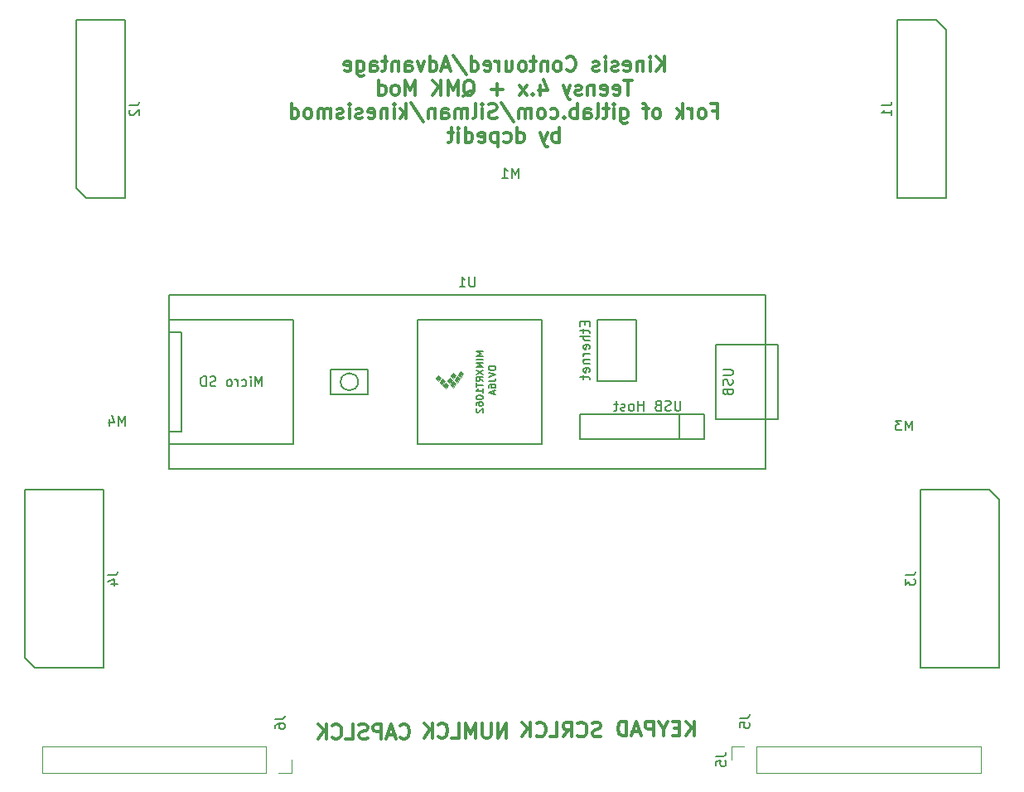
<source format=gbo>
G04 #@! TF.GenerationSoftware,KiCad,Pcbnew,(6.0.1-0)*
G04 #@! TF.CreationDate,2022-06-04T20:13:45-07:00*
G04 #@! TF.ProjectId,kicad_port,6b696361-645f-4706-9f72-742e6b696361,rev?*
G04 #@! TF.SameCoordinates,Original*
G04 #@! TF.FileFunction,Legend,Bot*
G04 #@! TF.FilePolarity,Positive*
%FSLAX46Y46*%
G04 Gerber Fmt 4.6, Leading zero omitted, Abs format (unit mm)*
G04 Created by KiCad (PCBNEW (6.0.1-0)) date 2022-06-04 20:13:45*
%MOMM*%
%LPD*%
G01*
G04 APERTURE LIST*
%ADD10C,0.300000*%
%ADD11C,0.150000*%
%ADD12C,0.100000*%
%ADD13C,0.120000*%
%ADD14C,8.600000*%
%ADD15C,1.300000*%
%ADD16C,1.600000*%
%ADD17R,1.300000X1.300000*%
%ADD18R,1.600000X1.600000*%
%ADD19O,2.000000X1.200000*%
%ADD20O,4.750000X2.250000*%
%ADD21C,1.800000*%
%ADD22R,1.800000X1.800000*%
%ADD23O,1.400000X1.400000*%
%ADD24C,1.400000*%
%ADD25O,1.700000X1.700000*%
%ADD26R,1.700000X1.700000*%
%ADD27C,6.500000*%
G04 APERTURE END LIST*
D10*
X138650000Y-126735714D02*
X138721428Y-126807142D01*
X138935714Y-126878571D01*
X139078571Y-126878571D01*
X139292857Y-126807142D01*
X139435714Y-126664285D01*
X139507142Y-126521428D01*
X139578571Y-126235714D01*
X139578571Y-126021428D01*
X139507142Y-125735714D01*
X139435714Y-125592857D01*
X139292857Y-125450000D01*
X139078571Y-125378571D01*
X138935714Y-125378571D01*
X138721428Y-125450000D01*
X138650000Y-125521428D01*
X138078571Y-126450000D02*
X137364285Y-126450000D01*
X138221428Y-126878571D02*
X137721428Y-125378571D01*
X137221428Y-126878571D01*
X136721428Y-126878571D02*
X136721428Y-125378571D01*
X136150000Y-125378571D01*
X136007142Y-125450000D01*
X135935714Y-125521428D01*
X135864285Y-125664285D01*
X135864285Y-125878571D01*
X135935714Y-126021428D01*
X136007142Y-126092857D01*
X136150000Y-126164285D01*
X136721428Y-126164285D01*
X135292857Y-126807142D02*
X135078571Y-126878571D01*
X134721428Y-126878571D01*
X134578571Y-126807142D01*
X134507142Y-126735714D01*
X134435714Y-126592857D01*
X134435714Y-126450000D01*
X134507142Y-126307142D01*
X134578571Y-126235714D01*
X134721428Y-126164285D01*
X135007142Y-126092857D01*
X135150000Y-126021428D01*
X135221428Y-125950000D01*
X135292857Y-125807142D01*
X135292857Y-125664285D01*
X135221428Y-125521428D01*
X135150000Y-125450000D01*
X135007142Y-125378571D01*
X134650000Y-125378571D01*
X134435714Y-125450000D01*
X133078571Y-126878571D02*
X133792857Y-126878571D01*
X133792857Y-125378571D01*
X131721428Y-126735714D02*
X131792857Y-126807142D01*
X132007142Y-126878571D01*
X132150000Y-126878571D01*
X132364285Y-126807142D01*
X132507142Y-126664285D01*
X132578571Y-126521428D01*
X132650000Y-126235714D01*
X132650000Y-126021428D01*
X132578571Y-125735714D01*
X132507142Y-125592857D01*
X132364285Y-125450000D01*
X132150000Y-125378571D01*
X132007142Y-125378571D01*
X131792857Y-125450000D01*
X131721428Y-125521428D01*
X131078571Y-126878571D02*
X131078571Y-125378571D01*
X130221428Y-126878571D02*
X130864285Y-126021428D01*
X130221428Y-125378571D02*
X131078571Y-126235714D01*
X149478571Y-126778571D02*
X149478571Y-125278571D01*
X148621428Y-126778571D01*
X148621428Y-125278571D01*
X147907142Y-125278571D02*
X147907142Y-126492857D01*
X147835714Y-126635714D01*
X147764285Y-126707142D01*
X147621428Y-126778571D01*
X147335714Y-126778571D01*
X147192857Y-126707142D01*
X147121428Y-126635714D01*
X147050000Y-126492857D01*
X147050000Y-125278571D01*
X146335714Y-126778571D02*
X146335714Y-125278571D01*
X145835714Y-126350000D01*
X145335714Y-125278571D01*
X145335714Y-126778571D01*
X143907142Y-126778571D02*
X144621428Y-126778571D01*
X144621428Y-125278571D01*
X142550000Y-126635714D02*
X142621428Y-126707142D01*
X142835714Y-126778571D01*
X142978571Y-126778571D01*
X143192857Y-126707142D01*
X143335714Y-126564285D01*
X143407142Y-126421428D01*
X143478571Y-126135714D01*
X143478571Y-125921428D01*
X143407142Y-125635714D01*
X143335714Y-125492857D01*
X143192857Y-125350000D01*
X142978571Y-125278571D01*
X142835714Y-125278571D01*
X142621428Y-125350000D01*
X142550000Y-125421428D01*
X141907142Y-126778571D02*
X141907142Y-125278571D01*
X141050000Y-126778571D02*
X141692857Y-125921428D01*
X141050000Y-125278571D02*
X141907142Y-126135714D01*
X159135714Y-126607142D02*
X158921428Y-126678571D01*
X158564285Y-126678571D01*
X158421428Y-126607142D01*
X158350000Y-126535714D01*
X158278571Y-126392857D01*
X158278571Y-126250000D01*
X158350000Y-126107142D01*
X158421428Y-126035714D01*
X158564285Y-125964285D01*
X158850000Y-125892857D01*
X158992857Y-125821428D01*
X159064285Y-125750000D01*
X159135714Y-125607142D01*
X159135714Y-125464285D01*
X159064285Y-125321428D01*
X158992857Y-125250000D01*
X158850000Y-125178571D01*
X158492857Y-125178571D01*
X158278571Y-125250000D01*
X156778571Y-126535714D02*
X156850000Y-126607142D01*
X157064285Y-126678571D01*
X157207142Y-126678571D01*
X157421428Y-126607142D01*
X157564285Y-126464285D01*
X157635714Y-126321428D01*
X157707142Y-126035714D01*
X157707142Y-125821428D01*
X157635714Y-125535714D01*
X157564285Y-125392857D01*
X157421428Y-125250000D01*
X157207142Y-125178571D01*
X157064285Y-125178571D01*
X156850000Y-125250000D01*
X156778571Y-125321428D01*
X155278571Y-126678571D02*
X155778571Y-125964285D01*
X156135714Y-126678571D02*
X156135714Y-125178571D01*
X155564285Y-125178571D01*
X155421428Y-125250000D01*
X155350000Y-125321428D01*
X155278571Y-125464285D01*
X155278571Y-125678571D01*
X155350000Y-125821428D01*
X155421428Y-125892857D01*
X155564285Y-125964285D01*
X156135714Y-125964285D01*
X153921428Y-126678571D02*
X154635714Y-126678571D01*
X154635714Y-125178571D01*
X152564285Y-126535714D02*
X152635714Y-126607142D01*
X152850000Y-126678571D01*
X152992857Y-126678571D01*
X153207142Y-126607142D01*
X153350000Y-126464285D01*
X153421428Y-126321428D01*
X153492857Y-126035714D01*
X153492857Y-125821428D01*
X153421428Y-125535714D01*
X153350000Y-125392857D01*
X153207142Y-125250000D01*
X152992857Y-125178571D01*
X152850000Y-125178571D01*
X152635714Y-125250000D01*
X152564285Y-125321428D01*
X151921428Y-126678571D02*
X151921428Y-125178571D01*
X151064285Y-126678571D02*
X151707142Y-125821428D01*
X151064285Y-125178571D02*
X151921428Y-126035714D01*
X168657142Y-126578571D02*
X168657142Y-125078571D01*
X167800000Y-126578571D02*
X168442857Y-125721428D01*
X167800000Y-125078571D02*
X168657142Y-125935714D01*
X167157142Y-125792857D02*
X166657142Y-125792857D01*
X166442857Y-126578571D02*
X167157142Y-126578571D01*
X167157142Y-125078571D01*
X166442857Y-125078571D01*
X165514285Y-125864285D02*
X165514285Y-126578571D01*
X166014285Y-125078571D02*
X165514285Y-125864285D01*
X165014285Y-125078571D01*
X164514285Y-126578571D02*
X164514285Y-125078571D01*
X163942857Y-125078571D01*
X163800000Y-125150000D01*
X163728571Y-125221428D01*
X163657142Y-125364285D01*
X163657142Y-125578571D01*
X163728571Y-125721428D01*
X163800000Y-125792857D01*
X163942857Y-125864285D01*
X164514285Y-125864285D01*
X163085714Y-126150000D02*
X162371428Y-126150000D01*
X163228571Y-126578571D02*
X162728571Y-125078571D01*
X162228571Y-126578571D01*
X161728571Y-126578571D02*
X161728571Y-125078571D01*
X161371428Y-125078571D01*
X161157142Y-125150000D01*
X161014285Y-125292857D01*
X160942857Y-125435714D01*
X160871428Y-125721428D01*
X160871428Y-125935714D01*
X160942857Y-126221428D01*
X161014285Y-126364285D01*
X161157142Y-126507142D01*
X161371428Y-126578571D01*
X161728571Y-126578571D01*
X165657142Y-58656071D02*
X165657142Y-57156071D01*
X164800000Y-58656071D02*
X165442857Y-57798928D01*
X164800000Y-57156071D02*
X165657142Y-58013214D01*
X164157142Y-58656071D02*
X164157142Y-57656071D01*
X164157142Y-57156071D02*
X164228571Y-57227500D01*
X164157142Y-57298928D01*
X164085714Y-57227500D01*
X164157142Y-57156071D01*
X164157142Y-57298928D01*
X163442857Y-57656071D02*
X163442857Y-58656071D01*
X163442857Y-57798928D02*
X163371428Y-57727500D01*
X163228571Y-57656071D01*
X163014285Y-57656071D01*
X162871428Y-57727500D01*
X162800000Y-57870357D01*
X162800000Y-58656071D01*
X161514285Y-58584642D02*
X161657142Y-58656071D01*
X161942857Y-58656071D01*
X162085714Y-58584642D01*
X162157142Y-58441785D01*
X162157142Y-57870357D01*
X162085714Y-57727500D01*
X161942857Y-57656071D01*
X161657142Y-57656071D01*
X161514285Y-57727500D01*
X161442857Y-57870357D01*
X161442857Y-58013214D01*
X162157142Y-58156071D01*
X160871428Y-58584642D02*
X160728571Y-58656071D01*
X160442857Y-58656071D01*
X160300000Y-58584642D01*
X160228571Y-58441785D01*
X160228571Y-58370357D01*
X160300000Y-58227500D01*
X160442857Y-58156071D01*
X160657142Y-58156071D01*
X160800000Y-58084642D01*
X160871428Y-57941785D01*
X160871428Y-57870357D01*
X160800000Y-57727500D01*
X160657142Y-57656071D01*
X160442857Y-57656071D01*
X160300000Y-57727500D01*
X159585714Y-58656071D02*
X159585714Y-57656071D01*
X159585714Y-57156071D02*
X159657142Y-57227500D01*
X159585714Y-57298928D01*
X159514285Y-57227500D01*
X159585714Y-57156071D01*
X159585714Y-57298928D01*
X158942857Y-58584642D02*
X158800000Y-58656071D01*
X158514285Y-58656071D01*
X158371428Y-58584642D01*
X158300000Y-58441785D01*
X158300000Y-58370357D01*
X158371428Y-58227500D01*
X158514285Y-58156071D01*
X158728571Y-58156071D01*
X158871428Y-58084642D01*
X158942857Y-57941785D01*
X158942857Y-57870357D01*
X158871428Y-57727500D01*
X158728571Y-57656071D01*
X158514285Y-57656071D01*
X158371428Y-57727500D01*
X155657142Y-58513214D02*
X155728571Y-58584642D01*
X155942857Y-58656071D01*
X156085714Y-58656071D01*
X156300000Y-58584642D01*
X156442857Y-58441785D01*
X156514285Y-58298928D01*
X156585714Y-58013214D01*
X156585714Y-57798928D01*
X156514285Y-57513214D01*
X156442857Y-57370357D01*
X156300000Y-57227500D01*
X156085714Y-57156071D01*
X155942857Y-57156071D01*
X155728571Y-57227500D01*
X155657142Y-57298928D01*
X154800000Y-58656071D02*
X154942857Y-58584642D01*
X155014285Y-58513214D01*
X155085714Y-58370357D01*
X155085714Y-57941785D01*
X155014285Y-57798928D01*
X154942857Y-57727500D01*
X154800000Y-57656071D01*
X154585714Y-57656071D01*
X154442857Y-57727500D01*
X154371428Y-57798928D01*
X154300000Y-57941785D01*
X154300000Y-58370357D01*
X154371428Y-58513214D01*
X154442857Y-58584642D01*
X154585714Y-58656071D01*
X154800000Y-58656071D01*
X153657142Y-57656071D02*
X153657142Y-58656071D01*
X153657142Y-57798928D02*
X153585714Y-57727500D01*
X153442857Y-57656071D01*
X153228571Y-57656071D01*
X153085714Y-57727500D01*
X153014285Y-57870357D01*
X153014285Y-58656071D01*
X152514285Y-57656071D02*
X151942857Y-57656071D01*
X152300000Y-57156071D02*
X152300000Y-58441785D01*
X152228571Y-58584642D01*
X152085714Y-58656071D01*
X151942857Y-58656071D01*
X151228571Y-58656071D02*
X151371428Y-58584642D01*
X151442857Y-58513214D01*
X151514285Y-58370357D01*
X151514285Y-57941785D01*
X151442857Y-57798928D01*
X151371428Y-57727500D01*
X151228571Y-57656071D01*
X151014285Y-57656071D01*
X150871428Y-57727500D01*
X150800000Y-57798928D01*
X150728571Y-57941785D01*
X150728571Y-58370357D01*
X150800000Y-58513214D01*
X150871428Y-58584642D01*
X151014285Y-58656071D01*
X151228571Y-58656071D01*
X149442857Y-57656071D02*
X149442857Y-58656071D01*
X150085714Y-57656071D02*
X150085714Y-58441785D01*
X150014285Y-58584642D01*
X149871428Y-58656071D01*
X149657142Y-58656071D01*
X149514285Y-58584642D01*
X149442857Y-58513214D01*
X148728571Y-58656071D02*
X148728571Y-57656071D01*
X148728571Y-57941785D02*
X148657142Y-57798928D01*
X148585714Y-57727500D01*
X148442857Y-57656071D01*
X148300000Y-57656071D01*
X147228571Y-58584642D02*
X147371428Y-58656071D01*
X147657142Y-58656071D01*
X147800000Y-58584642D01*
X147871428Y-58441785D01*
X147871428Y-57870357D01*
X147800000Y-57727500D01*
X147657142Y-57656071D01*
X147371428Y-57656071D01*
X147228571Y-57727500D01*
X147157142Y-57870357D01*
X147157142Y-58013214D01*
X147871428Y-58156071D01*
X145871428Y-58656071D02*
X145871428Y-57156071D01*
X145871428Y-58584642D02*
X146014285Y-58656071D01*
X146300000Y-58656071D01*
X146442857Y-58584642D01*
X146514285Y-58513214D01*
X146585714Y-58370357D01*
X146585714Y-57941785D01*
X146514285Y-57798928D01*
X146442857Y-57727500D01*
X146300000Y-57656071D01*
X146014285Y-57656071D01*
X145871428Y-57727500D01*
X144085714Y-57084642D02*
X145371428Y-59013214D01*
X143657142Y-58227500D02*
X142942857Y-58227500D01*
X143800000Y-58656071D02*
X143300000Y-57156071D01*
X142800000Y-58656071D01*
X141657142Y-58656071D02*
X141657142Y-57156071D01*
X141657142Y-58584642D02*
X141800000Y-58656071D01*
X142085714Y-58656071D01*
X142228571Y-58584642D01*
X142300000Y-58513214D01*
X142371428Y-58370357D01*
X142371428Y-57941785D01*
X142300000Y-57798928D01*
X142228571Y-57727500D01*
X142085714Y-57656071D01*
X141800000Y-57656071D01*
X141657142Y-57727500D01*
X141085714Y-57656071D02*
X140728571Y-58656071D01*
X140371428Y-57656071D01*
X139157142Y-58656071D02*
X139157142Y-57870357D01*
X139228571Y-57727500D01*
X139371428Y-57656071D01*
X139657142Y-57656071D01*
X139800000Y-57727500D01*
X139157142Y-58584642D02*
X139300000Y-58656071D01*
X139657142Y-58656071D01*
X139800000Y-58584642D01*
X139871428Y-58441785D01*
X139871428Y-58298928D01*
X139800000Y-58156071D01*
X139657142Y-58084642D01*
X139300000Y-58084642D01*
X139157142Y-58013214D01*
X138442857Y-57656071D02*
X138442857Y-58656071D01*
X138442857Y-57798928D02*
X138371428Y-57727500D01*
X138228571Y-57656071D01*
X138014285Y-57656071D01*
X137871428Y-57727500D01*
X137800000Y-57870357D01*
X137800000Y-58656071D01*
X137300000Y-57656071D02*
X136728571Y-57656071D01*
X137085714Y-57156071D02*
X137085714Y-58441785D01*
X137014285Y-58584642D01*
X136871428Y-58656071D01*
X136728571Y-58656071D01*
X135585714Y-58656071D02*
X135585714Y-57870357D01*
X135657142Y-57727500D01*
X135800000Y-57656071D01*
X136085714Y-57656071D01*
X136228571Y-57727500D01*
X135585714Y-58584642D02*
X135728571Y-58656071D01*
X136085714Y-58656071D01*
X136228571Y-58584642D01*
X136300000Y-58441785D01*
X136300000Y-58298928D01*
X136228571Y-58156071D01*
X136085714Y-58084642D01*
X135728571Y-58084642D01*
X135585714Y-58013214D01*
X134228571Y-57656071D02*
X134228571Y-58870357D01*
X134300000Y-59013214D01*
X134371428Y-59084642D01*
X134514285Y-59156071D01*
X134728571Y-59156071D01*
X134871428Y-59084642D01*
X134228571Y-58584642D02*
X134371428Y-58656071D01*
X134657142Y-58656071D01*
X134800000Y-58584642D01*
X134871428Y-58513214D01*
X134942857Y-58370357D01*
X134942857Y-57941785D01*
X134871428Y-57798928D01*
X134800000Y-57727500D01*
X134657142Y-57656071D01*
X134371428Y-57656071D01*
X134228571Y-57727500D01*
X132942857Y-58584642D02*
X133085714Y-58656071D01*
X133371428Y-58656071D01*
X133514285Y-58584642D01*
X133585714Y-58441785D01*
X133585714Y-57870357D01*
X133514285Y-57727500D01*
X133371428Y-57656071D01*
X133085714Y-57656071D01*
X132942857Y-57727500D01*
X132871428Y-57870357D01*
X132871428Y-58013214D01*
X133585714Y-58156071D01*
X162371428Y-59571071D02*
X161514285Y-59571071D01*
X161942857Y-61071071D02*
X161942857Y-59571071D01*
X160442857Y-60999642D02*
X160585714Y-61071071D01*
X160871428Y-61071071D01*
X161014285Y-60999642D01*
X161085714Y-60856785D01*
X161085714Y-60285357D01*
X161014285Y-60142500D01*
X160871428Y-60071071D01*
X160585714Y-60071071D01*
X160442857Y-60142500D01*
X160371428Y-60285357D01*
X160371428Y-60428214D01*
X161085714Y-60571071D01*
X159157142Y-60999642D02*
X159300000Y-61071071D01*
X159585714Y-61071071D01*
X159728571Y-60999642D01*
X159800000Y-60856785D01*
X159800000Y-60285357D01*
X159728571Y-60142500D01*
X159585714Y-60071071D01*
X159300000Y-60071071D01*
X159157142Y-60142500D01*
X159085714Y-60285357D01*
X159085714Y-60428214D01*
X159800000Y-60571071D01*
X158442857Y-60071071D02*
X158442857Y-61071071D01*
X158442857Y-60213928D02*
X158371428Y-60142500D01*
X158228571Y-60071071D01*
X158014285Y-60071071D01*
X157871428Y-60142500D01*
X157800000Y-60285357D01*
X157800000Y-61071071D01*
X157157142Y-60999642D02*
X157014285Y-61071071D01*
X156728571Y-61071071D01*
X156585714Y-60999642D01*
X156514285Y-60856785D01*
X156514285Y-60785357D01*
X156585714Y-60642500D01*
X156728571Y-60571071D01*
X156942857Y-60571071D01*
X157085714Y-60499642D01*
X157157142Y-60356785D01*
X157157142Y-60285357D01*
X157085714Y-60142500D01*
X156942857Y-60071071D01*
X156728571Y-60071071D01*
X156585714Y-60142500D01*
X156014285Y-60071071D02*
X155657142Y-61071071D01*
X155300000Y-60071071D02*
X155657142Y-61071071D01*
X155800000Y-61428214D01*
X155871428Y-61499642D01*
X156014285Y-61571071D01*
X152942857Y-60071071D02*
X152942857Y-61071071D01*
X153300000Y-59499642D02*
X153657142Y-60571071D01*
X152728571Y-60571071D01*
X152157142Y-60928214D02*
X152085714Y-60999642D01*
X152157142Y-61071071D01*
X152228571Y-60999642D01*
X152157142Y-60928214D01*
X152157142Y-61071071D01*
X151585714Y-61071071D02*
X150800000Y-60071071D01*
X151585714Y-60071071D02*
X150800000Y-61071071D01*
X149085714Y-60499642D02*
X147942857Y-60499642D01*
X148514285Y-61071071D02*
X148514285Y-59928214D01*
X145085714Y-61213928D02*
X145228571Y-61142500D01*
X145371428Y-60999642D01*
X145585714Y-60785357D01*
X145728571Y-60713928D01*
X145871428Y-60713928D01*
X145800000Y-61071071D02*
X145942857Y-60999642D01*
X146085714Y-60856785D01*
X146157142Y-60571071D01*
X146157142Y-60071071D01*
X146085714Y-59785357D01*
X145942857Y-59642500D01*
X145800000Y-59571071D01*
X145514285Y-59571071D01*
X145371428Y-59642500D01*
X145228571Y-59785357D01*
X145157142Y-60071071D01*
X145157142Y-60571071D01*
X145228571Y-60856785D01*
X145371428Y-60999642D01*
X145514285Y-61071071D01*
X145800000Y-61071071D01*
X144514285Y-61071071D02*
X144514285Y-59571071D01*
X144014285Y-60642500D01*
X143514285Y-59571071D01*
X143514285Y-61071071D01*
X142800000Y-61071071D02*
X142800000Y-59571071D01*
X141942857Y-61071071D02*
X142585714Y-60213928D01*
X141942857Y-59571071D02*
X142800000Y-60428214D01*
X140157142Y-61071071D02*
X140157142Y-59571071D01*
X139657142Y-60642500D01*
X139157142Y-59571071D01*
X139157142Y-61071071D01*
X138228571Y-61071071D02*
X138371428Y-60999642D01*
X138442857Y-60928214D01*
X138514285Y-60785357D01*
X138514285Y-60356785D01*
X138442857Y-60213928D01*
X138371428Y-60142500D01*
X138228571Y-60071071D01*
X138014285Y-60071071D01*
X137871428Y-60142500D01*
X137800000Y-60213928D01*
X137728571Y-60356785D01*
X137728571Y-60785357D01*
X137800000Y-60928214D01*
X137871428Y-60999642D01*
X138014285Y-61071071D01*
X138228571Y-61071071D01*
X136442857Y-61071071D02*
X136442857Y-59571071D01*
X136442857Y-60999642D02*
X136585714Y-61071071D01*
X136871428Y-61071071D01*
X137014285Y-60999642D01*
X137085714Y-60928214D01*
X137157142Y-60785357D01*
X137157142Y-60356785D01*
X137085714Y-60213928D01*
X137014285Y-60142500D01*
X136871428Y-60071071D01*
X136585714Y-60071071D01*
X136442857Y-60142500D01*
X170585714Y-62700357D02*
X171085714Y-62700357D01*
X171085714Y-63486071D02*
X171085714Y-61986071D01*
X170371428Y-61986071D01*
X169585714Y-63486071D02*
X169728571Y-63414642D01*
X169800000Y-63343214D01*
X169871428Y-63200357D01*
X169871428Y-62771785D01*
X169800000Y-62628928D01*
X169728571Y-62557500D01*
X169585714Y-62486071D01*
X169371428Y-62486071D01*
X169228571Y-62557500D01*
X169157142Y-62628928D01*
X169085714Y-62771785D01*
X169085714Y-63200357D01*
X169157142Y-63343214D01*
X169228571Y-63414642D01*
X169371428Y-63486071D01*
X169585714Y-63486071D01*
X168442857Y-63486071D02*
X168442857Y-62486071D01*
X168442857Y-62771785D02*
X168371428Y-62628928D01*
X168300000Y-62557500D01*
X168157142Y-62486071D01*
X168014285Y-62486071D01*
X167514285Y-63486071D02*
X167514285Y-61986071D01*
X167371428Y-62914642D02*
X166942857Y-63486071D01*
X166942857Y-62486071D02*
X167514285Y-63057500D01*
X164942857Y-63486071D02*
X165085714Y-63414642D01*
X165157142Y-63343214D01*
X165228571Y-63200357D01*
X165228571Y-62771785D01*
X165157142Y-62628928D01*
X165085714Y-62557500D01*
X164942857Y-62486071D01*
X164728571Y-62486071D01*
X164585714Y-62557500D01*
X164514285Y-62628928D01*
X164442857Y-62771785D01*
X164442857Y-63200357D01*
X164514285Y-63343214D01*
X164585714Y-63414642D01*
X164728571Y-63486071D01*
X164942857Y-63486071D01*
X164014285Y-62486071D02*
X163442857Y-62486071D01*
X163800000Y-63486071D02*
X163800000Y-62200357D01*
X163728571Y-62057500D01*
X163585714Y-61986071D01*
X163442857Y-61986071D01*
X161157142Y-62486071D02*
X161157142Y-63700357D01*
X161228571Y-63843214D01*
X161300000Y-63914642D01*
X161442857Y-63986071D01*
X161657142Y-63986071D01*
X161800000Y-63914642D01*
X161157142Y-63414642D02*
X161300000Y-63486071D01*
X161585714Y-63486071D01*
X161728571Y-63414642D01*
X161800000Y-63343214D01*
X161871428Y-63200357D01*
X161871428Y-62771785D01*
X161800000Y-62628928D01*
X161728571Y-62557500D01*
X161585714Y-62486071D01*
X161300000Y-62486071D01*
X161157142Y-62557500D01*
X160442857Y-63486071D02*
X160442857Y-62486071D01*
X160442857Y-61986071D02*
X160514285Y-62057500D01*
X160442857Y-62128928D01*
X160371428Y-62057500D01*
X160442857Y-61986071D01*
X160442857Y-62128928D01*
X159942857Y-62486071D02*
X159371428Y-62486071D01*
X159728571Y-61986071D02*
X159728571Y-63271785D01*
X159657142Y-63414642D01*
X159514285Y-63486071D01*
X159371428Y-63486071D01*
X158657142Y-63486071D02*
X158800000Y-63414642D01*
X158871428Y-63271785D01*
X158871428Y-61986071D01*
X157442857Y-63486071D02*
X157442857Y-62700357D01*
X157514285Y-62557500D01*
X157657142Y-62486071D01*
X157942857Y-62486071D01*
X158085714Y-62557500D01*
X157442857Y-63414642D02*
X157585714Y-63486071D01*
X157942857Y-63486071D01*
X158085714Y-63414642D01*
X158157142Y-63271785D01*
X158157142Y-63128928D01*
X158085714Y-62986071D01*
X157942857Y-62914642D01*
X157585714Y-62914642D01*
X157442857Y-62843214D01*
X156728571Y-63486071D02*
X156728571Y-61986071D01*
X156728571Y-62557500D02*
X156585714Y-62486071D01*
X156300000Y-62486071D01*
X156157142Y-62557500D01*
X156085714Y-62628928D01*
X156014285Y-62771785D01*
X156014285Y-63200357D01*
X156085714Y-63343214D01*
X156157142Y-63414642D01*
X156300000Y-63486071D01*
X156585714Y-63486071D01*
X156728571Y-63414642D01*
X155371428Y-63343214D02*
X155300000Y-63414642D01*
X155371428Y-63486071D01*
X155442857Y-63414642D01*
X155371428Y-63343214D01*
X155371428Y-63486071D01*
X154014285Y-63414642D02*
X154157142Y-63486071D01*
X154442857Y-63486071D01*
X154585714Y-63414642D01*
X154657142Y-63343214D01*
X154728571Y-63200357D01*
X154728571Y-62771785D01*
X154657142Y-62628928D01*
X154585714Y-62557500D01*
X154442857Y-62486071D01*
X154157142Y-62486071D01*
X154014285Y-62557500D01*
X153157142Y-63486071D02*
X153300000Y-63414642D01*
X153371428Y-63343214D01*
X153442857Y-63200357D01*
X153442857Y-62771785D01*
X153371428Y-62628928D01*
X153300000Y-62557500D01*
X153157142Y-62486071D01*
X152942857Y-62486071D01*
X152800000Y-62557500D01*
X152728571Y-62628928D01*
X152657142Y-62771785D01*
X152657142Y-63200357D01*
X152728571Y-63343214D01*
X152800000Y-63414642D01*
X152942857Y-63486071D01*
X153157142Y-63486071D01*
X152014285Y-63486071D02*
X152014285Y-62486071D01*
X152014285Y-62628928D02*
X151942857Y-62557500D01*
X151800000Y-62486071D01*
X151585714Y-62486071D01*
X151442857Y-62557500D01*
X151371428Y-62700357D01*
X151371428Y-63486071D01*
X151371428Y-62700357D02*
X151300000Y-62557500D01*
X151157142Y-62486071D01*
X150942857Y-62486071D01*
X150800000Y-62557500D01*
X150728571Y-62700357D01*
X150728571Y-63486071D01*
X148942857Y-61914642D02*
X150228571Y-63843214D01*
X148514285Y-63414642D02*
X148300000Y-63486071D01*
X147942857Y-63486071D01*
X147800000Y-63414642D01*
X147728571Y-63343214D01*
X147657142Y-63200357D01*
X147657142Y-63057500D01*
X147728571Y-62914642D01*
X147800000Y-62843214D01*
X147942857Y-62771785D01*
X148228571Y-62700357D01*
X148371428Y-62628928D01*
X148442857Y-62557500D01*
X148514285Y-62414642D01*
X148514285Y-62271785D01*
X148442857Y-62128928D01*
X148371428Y-62057500D01*
X148228571Y-61986071D01*
X147871428Y-61986071D01*
X147657142Y-62057500D01*
X147014285Y-63486071D02*
X147014285Y-62486071D01*
X147014285Y-61986071D02*
X147085714Y-62057500D01*
X147014285Y-62128928D01*
X146942857Y-62057500D01*
X147014285Y-61986071D01*
X147014285Y-62128928D01*
X146085714Y-63486071D02*
X146228571Y-63414642D01*
X146300000Y-63271785D01*
X146300000Y-61986071D01*
X145514285Y-63486071D02*
X145514285Y-62486071D01*
X145514285Y-62628928D02*
X145442857Y-62557500D01*
X145300000Y-62486071D01*
X145085714Y-62486071D01*
X144942857Y-62557500D01*
X144871428Y-62700357D01*
X144871428Y-63486071D01*
X144871428Y-62700357D02*
X144800000Y-62557500D01*
X144657142Y-62486071D01*
X144442857Y-62486071D01*
X144300000Y-62557500D01*
X144228571Y-62700357D01*
X144228571Y-63486071D01*
X142871428Y-63486071D02*
X142871428Y-62700357D01*
X142942857Y-62557500D01*
X143085714Y-62486071D01*
X143371428Y-62486071D01*
X143514285Y-62557500D01*
X142871428Y-63414642D02*
X143014285Y-63486071D01*
X143371428Y-63486071D01*
X143514285Y-63414642D01*
X143585714Y-63271785D01*
X143585714Y-63128928D01*
X143514285Y-62986071D01*
X143371428Y-62914642D01*
X143014285Y-62914642D01*
X142871428Y-62843214D01*
X142157142Y-62486071D02*
X142157142Y-63486071D01*
X142157142Y-62628928D02*
X142085714Y-62557500D01*
X141942857Y-62486071D01*
X141728571Y-62486071D01*
X141585714Y-62557500D01*
X141514285Y-62700357D01*
X141514285Y-63486071D01*
X139728571Y-61914642D02*
X141014285Y-63843214D01*
X139228571Y-63486071D02*
X139228571Y-61986071D01*
X139085714Y-62914642D02*
X138657142Y-63486071D01*
X138657142Y-62486071D02*
X139228571Y-63057500D01*
X138014285Y-63486071D02*
X138014285Y-62486071D01*
X138014285Y-61986071D02*
X138085714Y-62057500D01*
X138014285Y-62128928D01*
X137942857Y-62057500D01*
X138014285Y-61986071D01*
X138014285Y-62128928D01*
X137300000Y-62486071D02*
X137300000Y-63486071D01*
X137300000Y-62628928D02*
X137228571Y-62557500D01*
X137085714Y-62486071D01*
X136871428Y-62486071D01*
X136728571Y-62557500D01*
X136657142Y-62700357D01*
X136657142Y-63486071D01*
X135371428Y-63414642D02*
X135514285Y-63486071D01*
X135800000Y-63486071D01*
X135942857Y-63414642D01*
X136014285Y-63271785D01*
X136014285Y-62700357D01*
X135942857Y-62557500D01*
X135800000Y-62486071D01*
X135514285Y-62486071D01*
X135371428Y-62557500D01*
X135300000Y-62700357D01*
X135300000Y-62843214D01*
X136014285Y-62986071D01*
X134728571Y-63414642D02*
X134585714Y-63486071D01*
X134300000Y-63486071D01*
X134157142Y-63414642D01*
X134085714Y-63271785D01*
X134085714Y-63200357D01*
X134157142Y-63057500D01*
X134300000Y-62986071D01*
X134514285Y-62986071D01*
X134657142Y-62914642D01*
X134728571Y-62771785D01*
X134728571Y-62700357D01*
X134657142Y-62557500D01*
X134514285Y-62486071D01*
X134300000Y-62486071D01*
X134157142Y-62557500D01*
X133442857Y-63486071D02*
X133442857Y-62486071D01*
X133442857Y-61986071D02*
X133514285Y-62057500D01*
X133442857Y-62128928D01*
X133371428Y-62057500D01*
X133442857Y-61986071D01*
X133442857Y-62128928D01*
X132800000Y-63414642D02*
X132657142Y-63486071D01*
X132371428Y-63486071D01*
X132228571Y-63414642D01*
X132157142Y-63271785D01*
X132157142Y-63200357D01*
X132228571Y-63057500D01*
X132371428Y-62986071D01*
X132585714Y-62986071D01*
X132728571Y-62914642D01*
X132800000Y-62771785D01*
X132800000Y-62700357D01*
X132728571Y-62557500D01*
X132585714Y-62486071D01*
X132371428Y-62486071D01*
X132228571Y-62557500D01*
X131514285Y-63486071D02*
X131514285Y-62486071D01*
X131514285Y-62628928D02*
X131442857Y-62557500D01*
X131300000Y-62486071D01*
X131085714Y-62486071D01*
X130942857Y-62557500D01*
X130871428Y-62700357D01*
X130871428Y-63486071D01*
X130871428Y-62700357D02*
X130800000Y-62557500D01*
X130657142Y-62486071D01*
X130442857Y-62486071D01*
X130300000Y-62557500D01*
X130228571Y-62700357D01*
X130228571Y-63486071D01*
X129300000Y-63486071D02*
X129442857Y-63414642D01*
X129514285Y-63343214D01*
X129585714Y-63200357D01*
X129585714Y-62771785D01*
X129514285Y-62628928D01*
X129442857Y-62557500D01*
X129300000Y-62486071D01*
X129085714Y-62486071D01*
X128942857Y-62557500D01*
X128871428Y-62628928D01*
X128800000Y-62771785D01*
X128800000Y-63200357D01*
X128871428Y-63343214D01*
X128942857Y-63414642D01*
X129085714Y-63486071D01*
X129300000Y-63486071D01*
X127514285Y-63486071D02*
X127514285Y-61986071D01*
X127514285Y-63414642D02*
X127657142Y-63486071D01*
X127942857Y-63486071D01*
X128085714Y-63414642D01*
X128157142Y-63343214D01*
X128228571Y-63200357D01*
X128228571Y-62771785D01*
X128157142Y-62628928D01*
X128085714Y-62557500D01*
X127942857Y-62486071D01*
X127657142Y-62486071D01*
X127514285Y-62557500D01*
X154871428Y-65901071D02*
X154871428Y-64401071D01*
X154871428Y-64972500D02*
X154728571Y-64901071D01*
X154442857Y-64901071D01*
X154300000Y-64972500D01*
X154228571Y-65043928D01*
X154157142Y-65186785D01*
X154157142Y-65615357D01*
X154228571Y-65758214D01*
X154300000Y-65829642D01*
X154442857Y-65901071D01*
X154728571Y-65901071D01*
X154871428Y-65829642D01*
X153657142Y-64901071D02*
X153300000Y-65901071D01*
X152942857Y-64901071D02*
X153300000Y-65901071D01*
X153442857Y-66258214D01*
X153514285Y-66329642D01*
X153657142Y-66401071D01*
X150585714Y-65901071D02*
X150585714Y-64401071D01*
X150585714Y-65829642D02*
X150728571Y-65901071D01*
X151014285Y-65901071D01*
X151157142Y-65829642D01*
X151228571Y-65758214D01*
X151300000Y-65615357D01*
X151300000Y-65186785D01*
X151228571Y-65043928D01*
X151157142Y-64972500D01*
X151014285Y-64901071D01*
X150728571Y-64901071D01*
X150585714Y-64972500D01*
X149228571Y-65829642D02*
X149371428Y-65901071D01*
X149657142Y-65901071D01*
X149800000Y-65829642D01*
X149871428Y-65758214D01*
X149942857Y-65615357D01*
X149942857Y-65186785D01*
X149871428Y-65043928D01*
X149800000Y-64972500D01*
X149657142Y-64901071D01*
X149371428Y-64901071D01*
X149228571Y-64972500D01*
X148585714Y-64901071D02*
X148585714Y-66401071D01*
X148585714Y-64972500D02*
X148442857Y-64901071D01*
X148157142Y-64901071D01*
X148014285Y-64972500D01*
X147942857Y-65043928D01*
X147871428Y-65186785D01*
X147871428Y-65615357D01*
X147942857Y-65758214D01*
X148014285Y-65829642D01*
X148157142Y-65901071D01*
X148442857Y-65901071D01*
X148585714Y-65829642D01*
X146657142Y-65829642D02*
X146800000Y-65901071D01*
X147085714Y-65901071D01*
X147228571Y-65829642D01*
X147300000Y-65686785D01*
X147300000Y-65115357D01*
X147228571Y-64972500D01*
X147085714Y-64901071D01*
X146800000Y-64901071D01*
X146657142Y-64972500D01*
X146585714Y-65115357D01*
X146585714Y-65258214D01*
X147300000Y-65401071D01*
X145300000Y-65901071D02*
X145300000Y-64401071D01*
X145300000Y-65829642D02*
X145442857Y-65901071D01*
X145728571Y-65901071D01*
X145871428Y-65829642D01*
X145942857Y-65758214D01*
X146014285Y-65615357D01*
X146014285Y-65186785D01*
X145942857Y-65043928D01*
X145871428Y-64972500D01*
X145728571Y-64901071D01*
X145442857Y-64901071D01*
X145300000Y-64972500D01*
X144585714Y-65901071D02*
X144585714Y-64901071D01*
X144585714Y-64401071D02*
X144657142Y-64472500D01*
X144585714Y-64543928D01*
X144514285Y-64472500D01*
X144585714Y-64401071D01*
X144585714Y-64543928D01*
X144085714Y-64901071D02*
X143514285Y-64901071D01*
X143871428Y-64401071D02*
X143871428Y-65686785D01*
X143800000Y-65829642D01*
X143657142Y-65901071D01*
X143514285Y-65901071D01*
D11*
X146261904Y-79692380D02*
X146261904Y-80501904D01*
X146214285Y-80597142D01*
X146166666Y-80644761D01*
X146071428Y-80692380D01*
X145880952Y-80692380D01*
X145785714Y-80644761D01*
X145738095Y-80597142D01*
X145690476Y-80501904D01*
X145690476Y-79692380D01*
X144690476Y-80692380D02*
X145261904Y-80692380D01*
X144976190Y-80692380D02*
X144976190Y-79692380D01*
X145071428Y-79835238D01*
X145166666Y-79930476D01*
X145261904Y-79978095D01*
X167275323Y-92341580D02*
X167275323Y-93151104D01*
X167227704Y-93246342D01*
X167180085Y-93293961D01*
X167084847Y-93341580D01*
X166894371Y-93341580D01*
X166799133Y-93293961D01*
X166751514Y-93246342D01*
X166703895Y-93151104D01*
X166703895Y-92341580D01*
X166275323Y-93293961D02*
X166132466Y-93341580D01*
X165894371Y-93341580D01*
X165799133Y-93293961D01*
X165751514Y-93246342D01*
X165703895Y-93151104D01*
X165703895Y-93055866D01*
X165751514Y-92960628D01*
X165799133Y-92913009D01*
X165894371Y-92865390D01*
X166084847Y-92817771D01*
X166180085Y-92770152D01*
X166227704Y-92722533D01*
X166275323Y-92627295D01*
X166275323Y-92532057D01*
X166227704Y-92436819D01*
X166180085Y-92389200D01*
X166084847Y-92341580D01*
X165846752Y-92341580D01*
X165703895Y-92389200D01*
X164941990Y-92817771D02*
X164799133Y-92865390D01*
X164751514Y-92913009D01*
X164703895Y-93008247D01*
X164703895Y-93151104D01*
X164751514Y-93246342D01*
X164799133Y-93293961D01*
X164894371Y-93341580D01*
X165275323Y-93341580D01*
X165275323Y-92341580D01*
X164941990Y-92341580D01*
X164846752Y-92389200D01*
X164799133Y-92436819D01*
X164751514Y-92532057D01*
X164751514Y-92627295D01*
X164799133Y-92722533D01*
X164846752Y-92770152D01*
X164941990Y-92817771D01*
X165275323Y-92817771D01*
X163513419Y-93341580D02*
X163513419Y-92341580D01*
X163513419Y-92817771D02*
X162941990Y-92817771D01*
X162941990Y-93341580D02*
X162941990Y-92341580D01*
X162322942Y-93341580D02*
X162418180Y-93293961D01*
X162465800Y-93246342D01*
X162513419Y-93151104D01*
X162513419Y-92865390D01*
X162465800Y-92770152D01*
X162418180Y-92722533D01*
X162322942Y-92674914D01*
X162180085Y-92674914D01*
X162084847Y-92722533D01*
X162037228Y-92770152D01*
X161989609Y-92865390D01*
X161989609Y-93151104D01*
X162037228Y-93246342D01*
X162084847Y-93293961D01*
X162180085Y-93341580D01*
X162322942Y-93341580D01*
X161608657Y-93293961D02*
X161513419Y-93341580D01*
X161322942Y-93341580D01*
X161227704Y-93293961D01*
X161180085Y-93198723D01*
X161180085Y-93151104D01*
X161227704Y-93055866D01*
X161322942Y-93008247D01*
X161465800Y-93008247D01*
X161561038Y-92960628D01*
X161608657Y-92865390D01*
X161608657Y-92817771D01*
X161561038Y-92722533D01*
X161465800Y-92674914D01*
X161322942Y-92674914D01*
X161227704Y-92722533D01*
X160894371Y-92674914D02*
X160513419Y-92674914D01*
X160751514Y-92341580D02*
X160751514Y-93198723D01*
X160703895Y-93293961D01*
X160608657Y-93341580D01*
X160513419Y-93341580D01*
X157493571Y-84266257D02*
X157493571Y-84599590D01*
X158017380Y-84742447D02*
X158017380Y-84266257D01*
X157017380Y-84266257D01*
X157017380Y-84742447D01*
X157350714Y-85028161D02*
X157350714Y-85409114D01*
X157017380Y-85171019D02*
X157874523Y-85171019D01*
X157969761Y-85218638D01*
X158017380Y-85313876D01*
X158017380Y-85409114D01*
X158017380Y-85742447D02*
X157017380Y-85742447D01*
X158017380Y-86171019D02*
X157493571Y-86171019D01*
X157398333Y-86123400D01*
X157350714Y-86028161D01*
X157350714Y-85885304D01*
X157398333Y-85790066D01*
X157445952Y-85742447D01*
X157969761Y-87028161D02*
X158017380Y-86932923D01*
X158017380Y-86742447D01*
X157969761Y-86647209D01*
X157874523Y-86599590D01*
X157493571Y-86599590D01*
X157398333Y-86647209D01*
X157350714Y-86742447D01*
X157350714Y-86932923D01*
X157398333Y-87028161D01*
X157493571Y-87075780D01*
X157588809Y-87075780D01*
X157684047Y-86599590D01*
X158017380Y-87504352D02*
X157350714Y-87504352D01*
X157541190Y-87504352D02*
X157445952Y-87551971D01*
X157398333Y-87599590D01*
X157350714Y-87694828D01*
X157350714Y-87790066D01*
X157350714Y-88123400D02*
X158017380Y-88123400D01*
X157445952Y-88123400D02*
X157398333Y-88171019D01*
X157350714Y-88266257D01*
X157350714Y-88409114D01*
X157398333Y-88504352D01*
X157493571Y-88551971D01*
X158017380Y-88551971D01*
X157969761Y-89409114D02*
X158017380Y-89313876D01*
X158017380Y-89123400D01*
X157969761Y-89028161D01*
X157874523Y-88980542D01*
X157493571Y-88980542D01*
X157398333Y-89028161D01*
X157350714Y-89123400D01*
X157350714Y-89313876D01*
X157398333Y-89409114D01*
X157493571Y-89456733D01*
X157588809Y-89456733D01*
X157684047Y-88980542D01*
X157350714Y-89742447D02*
X157350714Y-90123400D01*
X157017380Y-89885304D02*
X157874523Y-89885304D01*
X157969761Y-89932923D01*
X158017380Y-90028161D01*
X158017380Y-90123400D01*
X171622380Y-89138095D02*
X172431904Y-89138095D01*
X172527142Y-89185714D01*
X172574761Y-89233333D01*
X172622380Y-89328571D01*
X172622380Y-89519047D01*
X172574761Y-89614285D01*
X172527142Y-89661904D01*
X172431904Y-89709523D01*
X171622380Y-89709523D01*
X172574761Y-90138095D02*
X172622380Y-90280952D01*
X172622380Y-90519047D01*
X172574761Y-90614285D01*
X172527142Y-90661904D01*
X172431904Y-90709523D01*
X172336666Y-90709523D01*
X172241428Y-90661904D01*
X172193809Y-90614285D01*
X172146190Y-90519047D01*
X172098571Y-90328571D01*
X172050952Y-90233333D01*
X172003333Y-90185714D01*
X171908095Y-90138095D01*
X171812857Y-90138095D01*
X171717619Y-90185714D01*
X171670000Y-90233333D01*
X171622380Y-90328571D01*
X171622380Y-90566666D01*
X171670000Y-90709523D01*
X172098571Y-91471428D02*
X172146190Y-91614285D01*
X172193809Y-91661904D01*
X172289047Y-91709523D01*
X172431904Y-91709523D01*
X172527142Y-91661904D01*
X172574761Y-91614285D01*
X172622380Y-91519047D01*
X172622380Y-91138095D01*
X171622380Y-91138095D01*
X171622380Y-91471428D01*
X171670000Y-91566666D01*
X171717619Y-91614285D01*
X171812857Y-91661904D01*
X171908095Y-91661904D01*
X172003333Y-91614285D01*
X172050952Y-91566666D01*
X172098571Y-91471428D01*
X172098571Y-91138095D01*
X124489047Y-90852380D02*
X124489047Y-89852380D01*
X124155714Y-90566666D01*
X123822380Y-89852380D01*
X123822380Y-90852380D01*
X123346190Y-90852380D02*
X123346190Y-90185714D01*
X123346190Y-89852380D02*
X123393809Y-89900000D01*
X123346190Y-89947619D01*
X123298571Y-89900000D01*
X123346190Y-89852380D01*
X123346190Y-89947619D01*
X122441428Y-90804761D02*
X122536666Y-90852380D01*
X122727142Y-90852380D01*
X122822380Y-90804761D01*
X122870000Y-90757142D01*
X122917619Y-90661904D01*
X122917619Y-90376190D01*
X122870000Y-90280952D01*
X122822380Y-90233333D01*
X122727142Y-90185714D01*
X122536666Y-90185714D01*
X122441428Y-90233333D01*
X122012857Y-90852380D02*
X122012857Y-90185714D01*
X122012857Y-90376190D02*
X121965238Y-90280952D01*
X121917619Y-90233333D01*
X121822380Y-90185714D01*
X121727142Y-90185714D01*
X121250952Y-90852380D02*
X121346190Y-90804761D01*
X121393809Y-90757142D01*
X121441428Y-90661904D01*
X121441428Y-90376190D01*
X121393809Y-90280952D01*
X121346190Y-90233333D01*
X121250952Y-90185714D01*
X121108095Y-90185714D01*
X121012857Y-90233333D01*
X120965238Y-90280952D01*
X120917619Y-90376190D01*
X120917619Y-90661904D01*
X120965238Y-90757142D01*
X121012857Y-90804761D01*
X121108095Y-90852380D01*
X121250952Y-90852380D01*
X119774761Y-90804761D02*
X119631904Y-90852380D01*
X119393809Y-90852380D01*
X119298571Y-90804761D01*
X119250952Y-90757142D01*
X119203333Y-90661904D01*
X119203333Y-90566666D01*
X119250952Y-90471428D01*
X119298571Y-90423809D01*
X119393809Y-90376190D01*
X119584285Y-90328571D01*
X119679523Y-90280952D01*
X119727142Y-90233333D01*
X119774761Y-90138095D01*
X119774761Y-90042857D01*
X119727142Y-89947619D01*
X119679523Y-89900000D01*
X119584285Y-89852380D01*
X119346190Y-89852380D01*
X119203333Y-89900000D01*
X118774761Y-90852380D02*
X118774761Y-89852380D01*
X118536666Y-89852380D01*
X118393809Y-89900000D01*
X118298571Y-89995238D01*
X118250952Y-90090476D01*
X118203333Y-90280952D01*
X118203333Y-90423809D01*
X118250952Y-90614285D01*
X118298571Y-90709523D01*
X118393809Y-90804761D01*
X118536666Y-90852380D01*
X118774761Y-90852380D01*
X147086666Y-87316666D02*
X146386666Y-87316666D01*
X146886666Y-87550000D01*
X146386666Y-87783333D01*
X147086666Y-87783333D01*
X147086666Y-88116666D02*
X146386666Y-88116666D01*
X147086666Y-88450000D02*
X146386666Y-88450000D01*
X146886666Y-88683333D01*
X146386666Y-88916666D01*
X147086666Y-88916666D01*
X146386666Y-89183333D02*
X147086666Y-89650000D01*
X146386666Y-89650000D02*
X147086666Y-89183333D01*
X147086666Y-90316666D02*
X146753333Y-90083333D01*
X147086666Y-89916666D02*
X146386666Y-89916666D01*
X146386666Y-90183333D01*
X146420000Y-90250000D01*
X146453333Y-90283333D01*
X146520000Y-90316666D01*
X146620000Y-90316666D01*
X146686666Y-90283333D01*
X146720000Y-90250000D01*
X146753333Y-90183333D01*
X146753333Y-89916666D01*
X146386666Y-90516666D02*
X146386666Y-90916666D01*
X147086666Y-90716666D02*
X146386666Y-90716666D01*
X147086666Y-91516666D02*
X147086666Y-91116666D01*
X147086666Y-91316666D02*
X146386666Y-91316666D01*
X146486666Y-91250000D01*
X146553333Y-91183333D01*
X146586666Y-91116666D01*
X146386666Y-91950000D02*
X146386666Y-92016666D01*
X146420000Y-92083333D01*
X146453333Y-92116666D01*
X146520000Y-92150000D01*
X146653333Y-92183333D01*
X146820000Y-92183333D01*
X146953333Y-92150000D01*
X147020000Y-92116666D01*
X147053333Y-92083333D01*
X147086666Y-92016666D01*
X147086666Y-91950000D01*
X147053333Y-91883333D01*
X147020000Y-91850000D01*
X146953333Y-91816666D01*
X146820000Y-91783333D01*
X146653333Y-91783333D01*
X146520000Y-91816666D01*
X146453333Y-91850000D01*
X146420000Y-91883333D01*
X146386666Y-91950000D01*
X146386666Y-92783333D02*
X146386666Y-92650000D01*
X146420000Y-92583333D01*
X146453333Y-92550000D01*
X146553333Y-92483333D01*
X146686666Y-92450000D01*
X146953333Y-92450000D01*
X147020000Y-92483333D01*
X147053333Y-92516666D01*
X147086666Y-92583333D01*
X147086666Y-92716666D01*
X147053333Y-92783333D01*
X147020000Y-92816666D01*
X146953333Y-92850000D01*
X146786666Y-92850000D01*
X146720000Y-92816666D01*
X146686666Y-92783333D01*
X146653333Y-92716666D01*
X146653333Y-92583333D01*
X146686666Y-92516666D01*
X146720000Y-92483333D01*
X146786666Y-92450000D01*
X146453333Y-93116666D02*
X146420000Y-93150000D01*
X146386666Y-93216666D01*
X146386666Y-93383333D01*
X146420000Y-93450000D01*
X146453333Y-93483333D01*
X146520000Y-93516666D01*
X146586666Y-93516666D01*
X146686666Y-93483333D01*
X147086666Y-93083333D01*
X147086666Y-93516666D01*
X148356666Y-88836666D02*
X147656666Y-88836666D01*
X147656666Y-89003333D01*
X147690000Y-89103333D01*
X147756666Y-89170000D01*
X147823333Y-89203333D01*
X147956666Y-89236666D01*
X148056666Y-89236666D01*
X148190000Y-89203333D01*
X148256666Y-89170000D01*
X148323333Y-89103333D01*
X148356666Y-89003333D01*
X148356666Y-88836666D01*
X147656666Y-89436666D02*
X148356666Y-89670000D01*
X147656666Y-89903333D01*
X147656666Y-90336666D02*
X148156666Y-90336666D01*
X148256666Y-90303333D01*
X148323333Y-90236666D01*
X148356666Y-90136666D01*
X148356666Y-90070000D01*
X147656666Y-90970000D02*
X147656666Y-90836666D01*
X147690000Y-90770000D01*
X147723333Y-90736666D01*
X147823333Y-90670000D01*
X147956666Y-90636666D01*
X148223333Y-90636666D01*
X148290000Y-90670000D01*
X148323333Y-90703333D01*
X148356666Y-90770000D01*
X148356666Y-90903333D01*
X148323333Y-90970000D01*
X148290000Y-91003333D01*
X148223333Y-91036666D01*
X148056666Y-91036666D01*
X147990000Y-91003333D01*
X147956666Y-90970000D01*
X147923333Y-90903333D01*
X147923333Y-90770000D01*
X147956666Y-90703333D01*
X147990000Y-90670000D01*
X148056666Y-90636666D01*
X148156666Y-91303333D02*
X148156666Y-91636666D01*
X148356666Y-91236666D02*
X147656666Y-91470000D01*
X148356666Y-91703333D01*
X108752380Y-110166666D02*
X109466666Y-110166666D01*
X109609523Y-110119047D01*
X109704761Y-110023809D01*
X109752380Y-109880952D01*
X109752380Y-109785714D01*
X109085714Y-111071428D02*
X109752380Y-111071428D01*
X108704761Y-110833333D02*
X109419047Y-110595238D01*
X109419047Y-111214285D01*
X190252380Y-110166666D02*
X190966666Y-110166666D01*
X191109523Y-110119047D01*
X191204761Y-110023809D01*
X191252380Y-109880952D01*
X191252380Y-109785714D01*
X190252380Y-110547619D02*
X190252380Y-111166666D01*
X190633333Y-110833333D01*
X190633333Y-110976190D01*
X190680952Y-111071428D01*
X190728571Y-111119047D01*
X190823809Y-111166666D01*
X191061904Y-111166666D01*
X191157142Y-111119047D01*
X191204761Y-111071428D01*
X191252380Y-110976190D01*
X191252380Y-110690476D01*
X191204761Y-110595238D01*
X191157142Y-110547619D01*
X190909523Y-95352380D02*
X190909523Y-94352380D01*
X190576190Y-95066666D01*
X190242857Y-94352380D01*
X190242857Y-95352380D01*
X189861904Y-94352380D02*
X189242857Y-94352380D01*
X189576190Y-94733333D01*
X189433333Y-94733333D01*
X189338095Y-94780952D01*
X189290476Y-94828571D01*
X189242857Y-94923809D01*
X189242857Y-95161904D01*
X189290476Y-95257142D01*
X189338095Y-95304761D01*
X189433333Y-95352380D01*
X189719047Y-95352380D01*
X189814285Y-95304761D01*
X189861904Y-95257142D01*
X187852380Y-62166666D02*
X188566666Y-62166666D01*
X188709523Y-62119047D01*
X188804761Y-62023809D01*
X188852380Y-61880952D01*
X188852380Y-61785714D01*
X188852380Y-63166666D02*
X188852380Y-62595238D01*
X188852380Y-62880952D02*
X187852380Y-62880952D01*
X187995238Y-62785714D01*
X188090476Y-62690476D01*
X188138095Y-62595238D01*
X110952380Y-62166666D02*
X111666666Y-62166666D01*
X111809523Y-62119047D01*
X111904761Y-62023809D01*
X111952380Y-61880952D01*
X111952380Y-61785714D01*
X111047619Y-62595238D02*
X111000000Y-62642857D01*
X110952380Y-62738095D01*
X110952380Y-62976190D01*
X111000000Y-63071428D01*
X111047619Y-63119047D01*
X111142857Y-63166666D01*
X111238095Y-63166666D01*
X111380952Y-63119047D01*
X111952380Y-62547619D01*
X111952380Y-63166666D01*
X110509523Y-94852380D02*
X110509523Y-93852380D01*
X110176190Y-94566666D01*
X109842857Y-93852380D01*
X109842857Y-94852380D01*
X108938095Y-94185714D02*
X108938095Y-94852380D01*
X109176190Y-93804761D02*
X109414285Y-94519047D01*
X108795238Y-94519047D01*
X170922380Y-128666666D02*
X171636666Y-128666666D01*
X171779523Y-128619047D01*
X171874761Y-128523809D01*
X171922380Y-128380952D01*
X171922380Y-128285714D01*
X170922380Y-129619047D02*
X170922380Y-129142857D01*
X171398571Y-129095238D01*
X171350952Y-129142857D01*
X171303333Y-129238095D01*
X171303333Y-129476190D01*
X171350952Y-129571428D01*
X171398571Y-129619047D01*
X171493809Y-129666666D01*
X171731904Y-129666666D01*
X171827142Y-129619047D01*
X171874761Y-129571428D01*
X171922380Y-129476190D01*
X171922380Y-129238095D01*
X171874761Y-129142857D01*
X171827142Y-129095238D01*
X173352380Y-124766666D02*
X174066666Y-124766666D01*
X174209523Y-124719047D01*
X174304761Y-124623809D01*
X174352380Y-124480952D01*
X174352380Y-124385714D01*
X173352380Y-125719047D02*
X173352380Y-125242857D01*
X173828571Y-125195238D01*
X173780952Y-125242857D01*
X173733333Y-125338095D01*
X173733333Y-125576190D01*
X173780952Y-125671428D01*
X173828571Y-125719047D01*
X173923809Y-125766666D01*
X174161904Y-125766666D01*
X174257142Y-125719047D01*
X174304761Y-125671428D01*
X174352380Y-125576190D01*
X174352380Y-125338095D01*
X174304761Y-125242857D01*
X174257142Y-125195238D01*
X125852380Y-124866666D02*
X126566666Y-124866666D01*
X126709523Y-124819047D01*
X126804761Y-124723809D01*
X126852380Y-124580952D01*
X126852380Y-124485714D01*
X125852380Y-125771428D02*
X125852380Y-125580952D01*
X125900000Y-125485714D01*
X125947619Y-125438095D01*
X126090476Y-125342857D01*
X126280952Y-125295238D01*
X126661904Y-125295238D01*
X126757142Y-125342857D01*
X126804761Y-125390476D01*
X126852380Y-125485714D01*
X126852380Y-125676190D01*
X126804761Y-125771428D01*
X126757142Y-125819047D01*
X126661904Y-125866666D01*
X126423809Y-125866666D01*
X126328571Y-125819047D01*
X126280952Y-125771428D01*
X126233333Y-125676190D01*
X126233333Y-125485714D01*
X126280952Y-125390476D01*
X126328571Y-125342857D01*
X126423809Y-125295238D01*
X150709523Y-69552380D02*
X150709523Y-68552380D01*
X150376190Y-69266666D01*
X150042857Y-68552380D01*
X150042857Y-69552380D01*
X149042857Y-69552380D02*
X149614285Y-69552380D01*
X149328571Y-69552380D02*
X149328571Y-68552380D01*
X149423809Y-68695238D01*
X149519047Y-68790476D01*
X149614285Y-68838095D01*
D12*
X142303000Y-90093000D02*
X142557000Y-90347000D01*
X142557000Y-90347000D02*
X142811000Y-89966000D01*
X142811000Y-89966000D02*
X142557000Y-89712000D01*
X142557000Y-89712000D02*
X142303000Y-90093000D01*
G36*
X142811000Y-89966000D02*
G01*
X142557000Y-90347000D01*
X142303000Y-90093000D01*
X142557000Y-89712000D01*
X142811000Y-89966000D01*
G37*
X142811000Y-89966000D02*
X142557000Y-90347000D01*
X142303000Y-90093000D01*
X142557000Y-89712000D01*
X142811000Y-89966000D01*
X142684000Y-90474000D02*
X142938000Y-90728000D01*
X142938000Y-90728000D02*
X143192000Y-90347000D01*
X143192000Y-90347000D02*
X142938000Y-90093000D01*
X142938000Y-90093000D02*
X142684000Y-90474000D01*
G36*
X143192000Y-90347000D02*
G01*
X142938000Y-90728000D01*
X142684000Y-90474000D01*
X142938000Y-90093000D01*
X143192000Y-90347000D01*
G37*
X143192000Y-90347000D02*
X142938000Y-90728000D01*
X142684000Y-90474000D01*
X142938000Y-90093000D01*
X143192000Y-90347000D01*
X144589000Y-89712000D02*
X144843000Y-89966000D01*
X144843000Y-89966000D02*
X145097000Y-89585000D01*
X145097000Y-89585000D02*
X144843000Y-89331000D01*
X144843000Y-89331000D02*
X144589000Y-89712000D01*
G36*
X145097000Y-89585000D02*
G01*
X144843000Y-89966000D01*
X144589000Y-89712000D01*
X144843000Y-89331000D01*
X145097000Y-89585000D01*
G37*
X145097000Y-89585000D02*
X144843000Y-89966000D01*
X144589000Y-89712000D01*
X144843000Y-89331000D01*
X145097000Y-89585000D01*
X144208000Y-90220000D02*
X144462000Y-90474000D01*
X144462000Y-90474000D02*
X144716000Y-90093000D01*
X144716000Y-90093000D02*
X144462000Y-89839000D01*
X144462000Y-89839000D02*
X144208000Y-90220000D01*
G36*
X144716000Y-90093000D02*
G01*
X144462000Y-90474000D01*
X144208000Y-90220000D01*
X144462000Y-89839000D01*
X144716000Y-90093000D01*
G37*
X144716000Y-90093000D02*
X144462000Y-90474000D01*
X144208000Y-90220000D01*
X144462000Y-89839000D01*
X144716000Y-90093000D01*
X143827000Y-90728000D02*
X144081000Y-90982000D01*
X144081000Y-90982000D02*
X144335000Y-90601000D01*
X144335000Y-90601000D02*
X144081000Y-90347000D01*
X144081000Y-90347000D02*
X143827000Y-90728000D01*
G36*
X144335000Y-90601000D02*
G01*
X144081000Y-90982000D01*
X143827000Y-90728000D01*
X144081000Y-90347000D01*
X144335000Y-90601000D01*
G37*
X144335000Y-90601000D02*
X144081000Y-90982000D01*
X143827000Y-90728000D01*
X144081000Y-90347000D01*
X144335000Y-90601000D01*
X143827000Y-89839000D02*
X144081000Y-90093000D01*
X144081000Y-90093000D02*
X144335000Y-89712000D01*
X144335000Y-89712000D02*
X144081000Y-89458000D01*
X144081000Y-89458000D02*
X143827000Y-89839000D01*
G36*
X144335000Y-89712000D02*
G01*
X144081000Y-90093000D01*
X143827000Y-89839000D01*
X144081000Y-89458000D01*
X144335000Y-89712000D01*
G37*
X144335000Y-89712000D02*
X144081000Y-90093000D01*
X143827000Y-89839000D01*
X144081000Y-89458000D01*
X144335000Y-89712000D01*
X143446000Y-90347000D02*
X143700000Y-90601000D01*
X143700000Y-90601000D02*
X143954000Y-90220000D01*
X143954000Y-90220000D02*
X143700000Y-89966000D01*
X143700000Y-89966000D02*
X143446000Y-90347000D01*
G36*
X143954000Y-90220000D02*
G01*
X143700000Y-90601000D01*
X143446000Y-90347000D01*
X143700000Y-89966000D01*
X143954000Y-90220000D01*
G37*
X143954000Y-90220000D02*
X143700000Y-90601000D01*
X143446000Y-90347000D01*
X143700000Y-89966000D01*
X143954000Y-90220000D01*
X143065000Y-90855000D02*
X143319000Y-91109000D01*
X143319000Y-91109000D02*
X143573000Y-90728000D01*
X143573000Y-90728000D02*
X143319000Y-90474000D01*
X143319000Y-90474000D02*
X143065000Y-90855000D01*
G36*
X143573000Y-90728000D02*
G01*
X143319000Y-91109000D01*
X143065000Y-90855000D01*
X143319000Y-90474000D01*
X143573000Y-90728000D01*
G37*
X143573000Y-90728000D02*
X143319000Y-91109000D01*
X143065000Y-90855000D01*
X143319000Y-90474000D01*
X143573000Y-90728000D01*
D11*
X175980000Y-99290000D02*
X175980000Y-81510000D01*
X115020000Y-99290000D02*
X175980000Y-99290000D01*
X115020000Y-81510000D02*
X115020000Y-99290000D01*
X175980000Y-81510000D02*
X115020000Y-81510000D01*
X170900000Y-94210000D02*
X175980000Y-94210000D01*
X170900000Y-86590000D02*
X175980000Y-86590000D01*
X170900000Y-94210000D02*
X170900000Y-86590000D01*
X177250000Y-86590000D02*
X175980000Y-86590000D01*
X177250000Y-94210000D02*
X177250000Y-86590000D01*
X175980000Y-94210000D02*
X177250000Y-94210000D01*
X115020000Y-84050000D02*
X127720000Y-84050000D01*
X127720000Y-84050000D02*
X127720000Y-96750000D01*
X127720000Y-96750000D02*
X115020000Y-96750000D01*
X115020000Y-85320000D02*
X116290000Y-85320000D01*
X116290000Y-85320000D02*
X116290000Y-95480000D01*
X116290000Y-95480000D02*
X115020000Y-95480000D01*
X131530000Y-89130000D02*
X131530000Y-91670000D01*
X131530000Y-91670000D02*
X135340000Y-91670000D01*
X135340000Y-91670000D02*
X135340000Y-89130000D01*
X135340000Y-89130000D02*
X131530000Y-89130000D01*
X169680800Y-93699200D02*
X156980800Y-93699200D01*
X156980800Y-93699200D02*
X156980800Y-96239200D01*
X156980800Y-96239200D02*
X169680800Y-96239200D01*
X169680800Y-96239200D02*
X169680800Y-93699200D01*
X169680800Y-93699200D02*
X167140800Y-93699200D01*
X167140800Y-93699200D02*
X167140800Y-96239200D01*
X162750000Y-84298400D02*
X162750000Y-90298400D01*
X162750000Y-90298400D02*
X158750000Y-90298400D01*
X158750000Y-90298400D02*
X158750000Y-84048400D01*
X158750000Y-84048400D02*
X162750000Y-84048400D01*
X162750000Y-84048400D02*
X162750000Y-84298400D01*
X153120000Y-96750000D02*
X140420000Y-96750000D01*
X140420000Y-96750000D02*
X140420000Y-84050000D01*
X140420000Y-84050000D02*
X153120000Y-84050000D01*
X153120000Y-84050000D02*
X153120000Y-96750000D01*
X134333026Y-90400000D02*
G75*
G03*
X134333026Y-90400000I-898026J0D01*
G01*
X100300000Y-101400000D02*
X100300000Y-118600000D01*
X108300000Y-101400000D02*
X100300000Y-101400000D01*
X108300000Y-119600000D02*
X108300000Y-101400000D01*
X101300000Y-119600000D02*
X108300000Y-119600000D01*
X100300000Y-118600000D02*
X101300000Y-119600000D01*
X199800000Y-119600000D02*
X199800000Y-102400000D01*
X191800000Y-119600000D02*
X199800000Y-119600000D01*
X191800000Y-101400000D02*
X191800000Y-119600000D01*
X198800000Y-101400000D02*
X191800000Y-101400000D01*
X199800000Y-102400000D02*
X198800000Y-101400000D01*
X194400000Y-71600000D02*
X194400000Y-54400000D01*
X189400000Y-71600000D02*
X194400000Y-71600000D01*
X189400000Y-53400000D02*
X189400000Y-71600000D01*
X193400000Y-53400000D02*
X189400000Y-53400000D01*
X194400000Y-54400000D02*
X193400000Y-53400000D01*
X105500000Y-53400000D02*
X105500000Y-70600000D01*
X110500000Y-53400000D02*
X105500000Y-53400000D01*
X110500000Y-71600000D02*
X110500000Y-53400000D01*
X106500000Y-71600000D02*
X110500000Y-71600000D01*
X105500000Y-70600000D02*
X106500000Y-71600000D01*
D13*
X172470000Y-127670000D02*
X172470000Y-129000000D01*
X173800000Y-127670000D02*
X172470000Y-127670000D01*
X175070000Y-130330000D02*
X175070000Y-127670000D01*
X197990000Y-130330000D02*
X175070000Y-130330000D01*
X197990000Y-127670000D02*
X197990000Y-130330000D01*
X175070000Y-127670000D02*
X197990000Y-127670000D01*
X124930000Y-130330000D02*
X102010000Y-130330000D01*
X102010000Y-130330000D02*
X102010000Y-127670000D01*
X102010000Y-127670000D02*
X124930000Y-127670000D01*
X124930000Y-127670000D02*
X124930000Y-130330000D01*
X126200000Y-130330000D02*
X127530000Y-130330000D01*
X127530000Y-130330000D02*
X127530000Y-129000000D01*
%LPC*%
D14*
X150000000Y-106000000D03*
D15*
X173980000Y-89130000D03*
X173980000Y-91670000D03*
D16*
X128990000Y-85320000D03*
X128990000Y-87860000D03*
X128990000Y-90400000D03*
X128990000Y-92940000D03*
X128990000Y-95480000D03*
D15*
X161740000Y-89218400D03*
X159740000Y-89218400D03*
X159740000Y-87218400D03*
X161740000Y-87218400D03*
X159740000Y-85218400D03*
D17*
X161740000Y-85218400D03*
D16*
X134070000Y-98020000D03*
X131530000Y-98020000D03*
X128990000Y-98020000D03*
X126450000Y-98020000D03*
X136610000Y-98020000D03*
X139150000Y-98020000D03*
X141690000Y-98020000D03*
X123910000Y-98020000D03*
X121370000Y-98020000D03*
X118830000Y-98020000D03*
X116290000Y-98020000D03*
X116290000Y-82780000D03*
X118830000Y-82780000D03*
X121370000Y-82780000D03*
X123910000Y-82780000D03*
X126450000Y-82780000D03*
X128990000Y-82780000D03*
X131530000Y-82780000D03*
X134070000Y-82780000D03*
X136610000Y-82780000D03*
X139150000Y-82780000D03*
X144230000Y-98020000D03*
X146770000Y-98020000D03*
X149310000Y-98020000D03*
X151850000Y-98020000D03*
X154390000Y-98020000D03*
X156930000Y-98020000D03*
X159470000Y-98020000D03*
X162010000Y-98020000D03*
X164550000Y-98020000D03*
X167090000Y-98020000D03*
X169630000Y-98020000D03*
X172170000Y-98020000D03*
D18*
X174710000Y-98020000D03*
D16*
X141690000Y-82780000D03*
X144230000Y-82780000D03*
X146770000Y-82780000D03*
X149310000Y-82780000D03*
X151850000Y-82780000D03*
X154390000Y-82780000D03*
X156930000Y-82780000D03*
X159470000Y-82780000D03*
X162010000Y-82780000D03*
X164550000Y-82780000D03*
X167090000Y-82780000D03*
X169630000Y-82780000D03*
X172170000Y-82780000D03*
X174710000Y-82780000D03*
D18*
X168410800Y-94969200D03*
D16*
X165870800Y-94969200D03*
X163330800Y-94969200D03*
X160790800Y-94969200D03*
X158250800Y-94969200D03*
X172170000Y-85320000D03*
D19*
X101800000Y-103000000D03*
X106800000Y-104250000D03*
X101800000Y-105500000D03*
X106800000Y-106750000D03*
X101800000Y-108000000D03*
X106800000Y-109250000D03*
X101800000Y-110500000D03*
X106800000Y-111750000D03*
X101800000Y-113000000D03*
X106800000Y-114250000D03*
X101800000Y-115500000D03*
X106800000Y-116750000D03*
X101800000Y-118000000D03*
X198300000Y-118000000D03*
X193300000Y-116750000D03*
X198300000Y-115500000D03*
X193300000Y-114250000D03*
X198300000Y-113000000D03*
X193300000Y-111750000D03*
X198300000Y-110500000D03*
X193300000Y-109250000D03*
X198300000Y-108000000D03*
X193300000Y-106750000D03*
X198300000Y-105500000D03*
X193300000Y-104250000D03*
X198300000Y-103000000D03*
D20*
X190300000Y-97600000D03*
D19*
X192900000Y-70000000D03*
X190900000Y-68750000D03*
X192900000Y-67500000D03*
X190900000Y-66250000D03*
X192900000Y-65000000D03*
X190900000Y-63750000D03*
X192900000Y-62500000D03*
X190900000Y-61250000D03*
X192900000Y-60000000D03*
X190900000Y-58750000D03*
X192900000Y-57500000D03*
X190900000Y-56250000D03*
X192900000Y-55000000D03*
X107000000Y-55000000D03*
X109000000Y-56250000D03*
X107000000Y-57500000D03*
X109000000Y-58750000D03*
X107000000Y-60000000D03*
X109000000Y-61250000D03*
X107000000Y-62500000D03*
X109000000Y-63750000D03*
X107000000Y-65000000D03*
X109000000Y-66250000D03*
X107000000Y-67500000D03*
X109000000Y-68750000D03*
X107000000Y-70000000D03*
D21*
X136240000Y-132400000D03*
D22*
X133700000Y-132400000D03*
D21*
X146240000Y-132400000D03*
D22*
X143700000Y-132400000D03*
D21*
X156240000Y-132400000D03*
D22*
X153700000Y-132400000D03*
D21*
X166240000Y-132400000D03*
D22*
X163700000Y-132400000D03*
D23*
X137580000Y-128400000D03*
D24*
X132500000Y-128400000D03*
D23*
X147580000Y-128400000D03*
D24*
X142500000Y-128400000D03*
D23*
X157480000Y-128400000D03*
D24*
X152400000Y-128400000D03*
D23*
X167380000Y-128500000D03*
D24*
X162300000Y-128500000D03*
D20*
X109700000Y-97600000D03*
D25*
X196660000Y-129000000D03*
X194120000Y-129000000D03*
X191580000Y-129000000D03*
X189040000Y-129000000D03*
X186500000Y-129000000D03*
X183960000Y-129000000D03*
X181420000Y-129000000D03*
X178880000Y-129000000D03*
X176340000Y-129000000D03*
D26*
X173800000Y-129000000D03*
X126200000Y-129000000D03*
D25*
X123660000Y-129000000D03*
X121120000Y-129000000D03*
X118580000Y-129000000D03*
X116040000Y-129000000D03*
X113500000Y-129000000D03*
X110960000Y-129000000D03*
X108420000Y-129000000D03*
X105880000Y-129000000D03*
X103340000Y-129000000D03*
D27*
X150000000Y-74500000D03*
M02*

</source>
